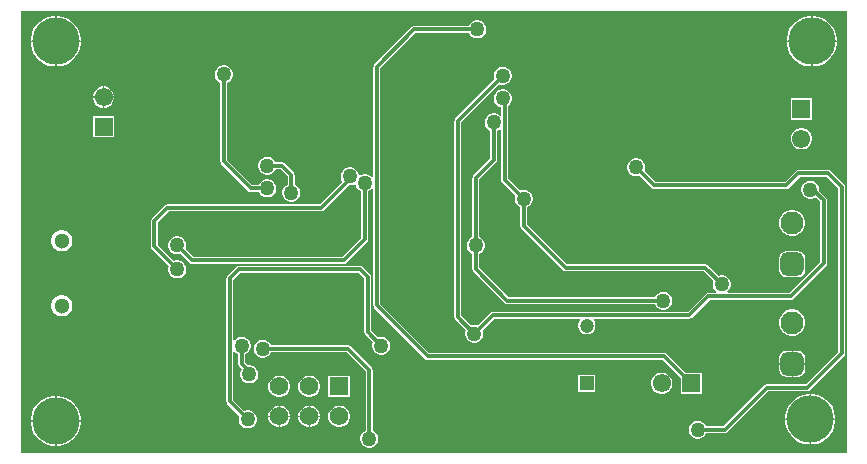
<source format=gbl>
G04*
G04 #@! TF.GenerationSoftware,Altium Limited,Altium Designer,23.10.1 (27)*
G04*
G04 Layer_Physical_Order=2*
G04 Layer_Color=16711680*
%FSLAX44Y44*%
%MOMM*%
G71*
G04*
G04 #@! TF.SameCoordinates,64171CFE-22FE-4E7E-97F9-8EA8A996B151*
G04*
G04*
G04 #@! TF.FilePolarity,Positive*
G04*
G01*
G75*
%ADD32C,1.5700*%
%ADD33R,1.5700X1.5700*%
%ADD37R,1.5500X1.5500*%
%ADD38C,1.5500*%
%ADD39R,1.5500X1.5500*%
%ADD45C,0.3200*%
%ADD46C,1.3000*%
%ADD47C,1.9500*%
G04:AMPARAMS|DCode=48|XSize=1.95mm|YSize=1.95mm|CornerRadius=0.4875mm|HoleSize=0mm|Usage=FLASHONLY|Rotation=90.000|XOffset=0mm|YOffset=0mm|HoleType=Round|Shape=RoundedRectangle|*
%AMROUNDEDRECTD48*
21,1,1.9500,0.9750,0,0,90.0*
21,1,0.9750,1.9500,0,0,90.0*
1,1,0.9750,0.4875,0.4875*
1,1,0.9750,0.4875,-0.4875*
1,1,0.9750,-0.4875,-0.4875*
1,1,0.9750,-0.4875,0.4875*
%
%ADD48ROUNDEDRECTD48*%
%ADD49C,1.2000*%
%ADD50R,1.2000X1.2000*%
%ADD51C,4.0000*%
%ADD52C,0.5500*%
%ADD53C,1.2700*%
G36*
X955541Y256039D02*
X256039D01*
Y630421D01*
X955541D01*
Y256039D01*
D02*
G37*
%LPC*%
G36*
X643623Y622300D02*
X641617D01*
X639679Y621781D01*
X637941Y620778D01*
X636522Y619359D01*
X635519Y617621D01*
X635515Y617606D01*
X589280D01*
X588160Y617383D01*
X587211Y616749D01*
X555461Y584999D01*
X554827Y584050D01*
X554604Y582930D01*
Y489883D01*
X554156Y489608D01*
X553334Y489425D01*
X552115Y490644D01*
X550377Y491647D01*
X548439Y492166D01*
X546433D01*
X544495Y491647D01*
X543560Y491107D01*
X543289Y491132D01*
X542147Y491758D01*
X541771Y493161D01*
X540768Y494899D01*
X539349Y496317D01*
X537611Y497321D01*
X535673Y497840D01*
X533667D01*
X531729Y497321D01*
X529991Y496317D01*
X528573Y494899D01*
X527569Y493161D01*
X527050Y491223D01*
Y489217D01*
X527569Y487279D01*
X528507Y485655D01*
X509328Y466476D01*
X380277D01*
X379157Y466254D01*
X378208Y465619D01*
X367081Y454492D01*
X366446Y453543D01*
X366224Y452423D01*
Y430950D01*
X366446Y429830D01*
X367081Y428881D01*
X381527Y414435D01*
X381519Y414421D01*
X381000Y412483D01*
Y410477D01*
X381519Y408539D01*
X382523Y406801D01*
X383941Y405382D01*
X385679Y404379D01*
X387617Y403860D01*
X389623D01*
X391561Y404379D01*
X393299Y405382D01*
X394717Y406801D01*
X395721Y408539D01*
X396240Y410477D01*
Y412483D01*
X395721Y414421D01*
X394717Y416159D01*
X393299Y417578D01*
X391561Y418581D01*
X389623Y419100D01*
X387617D01*
X385679Y418581D01*
X385665Y418573D01*
X372076Y432162D01*
Y451211D01*
X381489Y460624D01*
X510540D01*
X511660Y460846D01*
X512609Y461481D01*
X533728Y482600D01*
X535673D01*
X537611Y483119D01*
X538546Y483659D01*
X538817Y483634D01*
X539959Y483008D01*
X540335Y481605D01*
X541338Y479867D01*
X542757Y478449D01*
X544495Y477445D01*
X544510Y477441D01*
Y438158D01*
X528378Y422026D01*
X402532D01*
X395713Y428845D01*
X395721Y428859D01*
X396240Y430797D01*
Y432803D01*
X395721Y434741D01*
X394717Y436479D01*
X393299Y437897D01*
X391561Y438901D01*
X389623Y439420D01*
X387617D01*
X385679Y438901D01*
X383941Y437897D01*
X382523Y436479D01*
X381519Y434741D01*
X381000Y432803D01*
Y430797D01*
X381519Y428859D01*
X382523Y427121D01*
X383941Y425703D01*
X385679Y424699D01*
X387617Y424180D01*
X389623D01*
X391561Y424699D01*
X391575Y424707D01*
X399251Y417031D01*
X400200Y416396D01*
X401320Y416174D01*
X529590D01*
X530710Y416396D01*
X531659Y417031D01*
X549505Y434877D01*
X550139Y435826D01*
X550362Y436946D01*
Y477441D01*
X550377Y477445D01*
X552115Y478449D01*
X553334Y479668D01*
X554156Y479485D01*
X554604Y479210D01*
Y381000D01*
X554827Y379880D01*
X555461Y378931D01*
X598641Y335751D01*
X599590Y335117D01*
X600710Y334894D01*
X799758D01*
X814810Y319842D01*
Y305940D01*
X832850D01*
Y323980D01*
X818948D01*
X803039Y339889D01*
X802090Y340523D01*
X800970Y340746D01*
X601922D01*
X560456Y382212D01*
Y581718D01*
X590492Y611754D01*
X635515D01*
X635519Y611739D01*
X636522Y610001D01*
X637941Y608582D01*
X639679Y607579D01*
X641617Y607060D01*
X643623D01*
X645561Y607579D01*
X647299Y608582D01*
X648717Y610001D01*
X649721Y611739D01*
X650240Y613677D01*
Y615683D01*
X649721Y617621D01*
X648717Y619359D01*
X647299Y620778D01*
X645561Y621781D01*
X643623Y622300D01*
D02*
G37*
G36*
X927925Y625790D02*
X926465D01*
Y605155D01*
X947100D01*
Y606615D01*
X946283Y610724D01*
X944679Y614595D01*
X942352Y618079D01*
X939389Y621041D01*
X935905Y623369D01*
X932034Y624973D01*
X927925Y625790D01*
D02*
G37*
G36*
X925195D02*
X923735D01*
X919626Y624973D01*
X915755Y623369D01*
X912271Y621041D01*
X909308Y618079D01*
X906981Y614595D01*
X905377Y610724D01*
X904560Y606615D01*
Y605155D01*
X925195D01*
Y625790D01*
D02*
G37*
G36*
X287845D02*
X286385D01*
Y605155D01*
X307020D01*
Y606615D01*
X306203Y610724D01*
X304599Y614595D01*
X302271Y618079D01*
X299309Y621041D01*
X295825Y623369D01*
X291954Y624973D01*
X287845Y625790D01*
D02*
G37*
G36*
X285115D02*
X283655D01*
X279546Y624973D01*
X275675Y623369D01*
X272191Y621041D01*
X269228Y618079D01*
X266901Y614595D01*
X265297Y610724D01*
X264480Y606615D01*
Y605155D01*
X285115D01*
Y625790D01*
D02*
G37*
G36*
X947100Y603885D02*
X926465D01*
Y583250D01*
X927925D01*
X932034Y584067D01*
X935905Y585671D01*
X939389Y587999D01*
X942352Y590961D01*
X944679Y594445D01*
X946283Y598316D01*
X947100Y602425D01*
Y603885D01*
D02*
G37*
G36*
X925195D02*
X904560D01*
Y602425D01*
X905377Y598316D01*
X906981Y594445D01*
X909308Y590961D01*
X912271Y587999D01*
X915755Y585671D01*
X919626Y584067D01*
X923735Y583250D01*
X925195D01*
Y603885D01*
D02*
G37*
G36*
X307020D02*
X286385D01*
Y583250D01*
X287845D01*
X291954Y584067D01*
X295825Y585671D01*
X299309Y587999D01*
X302271Y590961D01*
X304599Y594445D01*
X306203Y598316D01*
X307020Y602425D01*
Y603885D01*
D02*
G37*
G36*
X285115D02*
X264480D01*
Y602425D01*
X265297Y598316D01*
X266901Y594445D01*
X269228Y590961D01*
X272191Y587999D01*
X275675Y585671D01*
X279546Y584067D01*
X283655Y583250D01*
X285115D01*
Y603885D01*
D02*
G37*
G36*
X665213Y582930D02*
X663207D01*
X661269Y582411D01*
X659531Y581408D01*
X658112Y579989D01*
X657109Y578251D01*
X656590Y576313D01*
Y574307D01*
X657109Y572369D01*
X657117Y572355D01*
X624041Y539279D01*
X623406Y538330D01*
X623184Y537210D01*
Y370840D01*
X623406Y369720D01*
X624041Y368771D01*
X632987Y359825D01*
X632979Y359811D01*
X632460Y357873D01*
Y355867D01*
X632979Y353929D01*
X633983Y352191D01*
X635401Y350773D01*
X637139Y349769D01*
X639077Y349250D01*
X641083D01*
X643021Y349769D01*
X644759Y350773D01*
X646178Y352191D01*
X647181Y353929D01*
X647700Y355867D01*
Y357873D01*
X647181Y359811D01*
X647173Y359825D01*
X657052Y369704D01*
X729196D01*
X729723Y368434D01*
X729513Y368224D01*
X728555Y366566D01*
X728060Y364717D01*
Y362803D01*
X728555Y360954D01*
X729513Y359296D01*
X730866Y357943D01*
X732524Y356985D01*
X734373Y356490D01*
X736287D01*
X738136Y356985D01*
X739794Y357943D01*
X741147Y359296D01*
X742105Y360954D01*
X742600Y362803D01*
Y364717D01*
X742105Y366566D01*
X741147Y368224D01*
X740938Y368434D01*
X741464Y369704D01*
X822210D01*
X823330Y369926D01*
X824279Y370561D01*
X839412Y385694D01*
X908050D01*
X909170Y385917D01*
X910119Y386551D01*
X938059Y414491D01*
X938693Y415440D01*
X938916Y416560D01*
Y469931D01*
X938693Y471050D01*
X938059Y472000D01*
X932180Y477879D01*
Y479793D01*
X931661Y481731D01*
X930658Y483469D01*
X929239Y484888D01*
X927501Y485891D01*
X925563Y486410D01*
X923557D01*
X921619Y485891D01*
X919881Y484888D01*
X918463Y483469D01*
X917459Y481731D01*
X916940Y479793D01*
Y477787D01*
X917459Y475849D01*
X918463Y474111D01*
X919881Y472692D01*
X921619Y471689D01*
X923557Y471170D01*
X925563D01*
X927501Y471689D01*
X929144Y472638D01*
X933064Y468719D01*
Y417772D01*
X906838Y391546D01*
X854881D01*
X854527Y392249D01*
X854443Y392816D01*
X855727Y394101D01*
X856731Y395839D01*
X857250Y397777D01*
Y399783D01*
X856731Y401721D01*
X855727Y403459D01*
X854309Y404878D01*
X852571Y405881D01*
X850633Y406400D01*
X848627D01*
X846689Y405881D01*
X846675Y405873D01*
X837729Y414819D01*
X836780Y415453D01*
X835660Y415676D01*
X718762D01*
X684916Y449522D01*
Y464065D01*
X684931Y464069D01*
X686669Y465073D01*
X688087Y466491D01*
X689091Y468229D01*
X689610Y470167D01*
Y472173D01*
X689091Y474111D01*
X688087Y475849D01*
X686669Y477267D01*
X684931Y478271D01*
X682993Y478790D01*
X680987D01*
X679049Y478271D01*
X679035Y478263D01*
X668736Y488562D01*
Y550074D01*
X668889Y550163D01*
X670307Y551581D01*
X671311Y553319D01*
X671830Y555257D01*
Y557263D01*
X671311Y559201D01*
X670307Y560939D01*
X668889Y562357D01*
X667151Y563361D01*
X665213Y563880D01*
X663207D01*
X661269Y563361D01*
X659531Y562357D01*
X658112Y560939D01*
X657109Y559201D01*
X656590Y557263D01*
Y555257D01*
X657109Y553319D01*
X658112Y551581D01*
X659531Y550163D01*
X661269Y549159D01*
X662884Y548727D01*
Y542219D01*
X661614Y541693D01*
X661269Y542038D01*
X659531Y543041D01*
X657593Y543560D01*
X655587D01*
X653649Y543041D01*
X651911Y542038D01*
X650492Y540619D01*
X649489Y538881D01*
X648970Y536943D01*
Y534937D01*
X649489Y532999D01*
X650492Y531261D01*
X651911Y529842D01*
X653649Y528839D01*
X653664Y528835D01*
Y505402D01*
X639281Y491019D01*
X638647Y490070D01*
X638424Y488950D01*
Y438905D01*
X638409Y438901D01*
X636671Y437897D01*
X635252Y436479D01*
X634249Y434741D01*
X633730Y432803D01*
Y430797D01*
X634249Y428859D01*
X635252Y427121D01*
X636671Y425703D01*
X638409Y424699D01*
X638424Y424695D01*
Y411480D01*
X638647Y410360D01*
X639281Y409411D01*
X665951Y382741D01*
X666900Y382107D01*
X668020Y381884D01*
X792995D01*
X792999Y381869D01*
X794003Y380131D01*
X795421Y378713D01*
X797159Y377709D01*
X799097Y377190D01*
X801103D01*
X803041Y377709D01*
X804779Y378713D01*
X806198Y380131D01*
X807201Y381869D01*
X807720Y383807D01*
Y385813D01*
X807201Y387751D01*
X806198Y389489D01*
X804779Y390908D01*
X803041Y391911D01*
X801103Y392430D01*
X799097D01*
X797159Y391911D01*
X795421Y390908D01*
X794003Y389489D01*
X792999Y387751D01*
X792995Y387736D01*
X669232D01*
X644276Y412692D01*
Y424695D01*
X644291Y424699D01*
X646029Y425703D01*
X647448Y427121D01*
X648451Y428859D01*
X648970Y430797D01*
Y432803D01*
X648451Y434741D01*
X647448Y436479D01*
X646029Y437897D01*
X644291Y438901D01*
X644276Y438905D01*
Y487738D01*
X658659Y502121D01*
X659294Y503070D01*
X659516Y504190D01*
Y528835D01*
X659531Y528839D01*
X661269Y529842D01*
X661614Y530187D01*
X662884Y529661D01*
Y487350D01*
X663107Y486230D01*
X663741Y485281D01*
X674897Y474125D01*
X674889Y474111D01*
X674370Y472173D01*
Y470167D01*
X674889Y468229D01*
X675892Y466491D01*
X677311Y465073D01*
X679049Y464069D01*
X679064Y464065D01*
Y448310D01*
X679286Y447190D01*
X679921Y446241D01*
X715481Y410681D01*
X716430Y410047D01*
X717550Y409824D01*
X834448D01*
X842537Y401735D01*
X842529Y401721D01*
X842010Y399783D01*
Y397777D01*
X842529Y395839D01*
X843532Y394101D01*
X844817Y392816D01*
X844733Y392249D01*
X844379Y391546D01*
X838200D01*
X837080Y391324D01*
X836131Y390689D01*
X820998Y375556D01*
X655840D01*
X654720Y375334D01*
X653771Y374699D01*
X643035Y363963D01*
X643021Y363971D01*
X641083Y364490D01*
X639077D01*
X637139Y363971D01*
X637125Y363963D01*
X629036Y372052D01*
Y535998D01*
X661255Y568217D01*
X661269Y568209D01*
X663207Y567690D01*
X665213D01*
X667151Y568209D01*
X668889Y569212D01*
X670307Y570631D01*
X671311Y572369D01*
X671830Y574307D01*
Y576313D01*
X671311Y578251D01*
X670307Y579989D01*
X668889Y581408D01*
X667151Y582411D01*
X665213Y582930D01*
D02*
G37*
G36*
X327407Y566350D02*
X326855D01*
Y557965D01*
X335240D01*
Y558517D01*
X334625Y560812D01*
X333438Y562868D01*
X331758Y564548D01*
X329702Y565735D01*
X327407Y566350D01*
D02*
G37*
G36*
X325585D02*
X325033D01*
X322738Y565735D01*
X320682Y564548D01*
X319002Y562868D01*
X317815Y560812D01*
X317200Y558517D01*
Y557965D01*
X325585D01*
Y566350D01*
D02*
G37*
G36*
X335240Y556695D02*
X326855D01*
Y548310D01*
X327407D01*
X329702Y548925D01*
X331758Y550112D01*
X333438Y551792D01*
X334625Y553848D01*
X335240Y556143D01*
Y556695D01*
D02*
G37*
G36*
X325585D02*
X317200D01*
Y556143D01*
X317815Y553848D01*
X319002Y551792D01*
X320682Y550112D01*
X322738Y548925D01*
X325033Y548310D01*
X325585D01*
Y556695D01*
D02*
G37*
G36*
X926130Y556190D02*
X908090D01*
Y538150D01*
X926130D01*
Y556190D01*
D02*
G37*
G36*
X335240Y541350D02*
X317200D01*
Y523310D01*
X335240D01*
Y541350D01*
D02*
G37*
G36*
X918298Y531190D02*
X915922D01*
X913628Y530575D01*
X911572Y529388D01*
X909892Y527708D01*
X908705Y525652D01*
X908090Y523358D01*
Y520983D01*
X908705Y518688D01*
X909892Y516632D01*
X911572Y514952D01*
X913628Y513765D01*
X915922Y513150D01*
X918298D01*
X920592Y513765D01*
X922648Y514952D01*
X924328Y516632D01*
X925515Y518688D01*
X926130Y520983D01*
Y523358D01*
X925515Y525652D01*
X924328Y527708D01*
X922648Y529388D01*
X920592Y530575D01*
X918298Y531190D01*
D02*
G37*
G36*
X428993Y584200D02*
X426987D01*
X425049Y583681D01*
X423311Y582677D01*
X421893Y581259D01*
X420889Y579521D01*
X420370Y577583D01*
Y575577D01*
X420889Y573639D01*
X421893Y571901D01*
X423311Y570482D01*
X425049Y569479D01*
X425064Y569475D01*
Y502920D01*
X425286Y501800D01*
X425921Y500851D01*
X448781Y477991D01*
X449730Y477356D01*
X450850Y477134D01*
X457715D01*
X457719Y477119D01*
X458722Y475381D01*
X460141Y473963D01*
X461879Y472959D01*
X463817Y472440D01*
X465823D01*
X467761Y472959D01*
X469499Y473963D01*
X470918Y475381D01*
X471921Y477119D01*
X472440Y479057D01*
Y481063D01*
X471921Y483001D01*
X470918Y484739D01*
X469499Y486157D01*
X467761Y487161D01*
X465823Y487680D01*
X463817D01*
X461879Y487161D01*
X460141Y486157D01*
X458722Y484739D01*
X457719Y483001D01*
X457715Y482986D01*
X452062D01*
X430916Y504132D01*
Y569475D01*
X430931Y569479D01*
X432669Y570482D01*
X434087Y571901D01*
X435091Y573639D01*
X435610Y575577D01*
Y577583D01*
X435091Y579521D01*
X434087Y581259D01*
X432669Y582677D01*
X430931Y583681D01*
X428993Y584200D01*
D02*
G37*
G36*
X465823Y506730D02*
X463817D01*
X461879Y506211D01*
X460141Y505207D01*
X458722Y503789D01*
X457719Y502051D01*
X457200Y500113D01*
Y498107D01*
X457719Y496169D01*
X458722Y494431D01*
X460141Y493013D01*
X461879Y492009D01*
X463817Y491490D01*
X465823D01*
X467761Y492009D01*
X469499Y493013D01*
X470918Y494431D01*
X471921Y496169D01*
X471925Y496184D01*
X476308D01*
X482214Y490278D01*
Y483355D01*
X482199Y483351D01*
X480461Y482347D01*
X479043Y480929D01*
X478039Y479191D01*
X477520Y477253D01*
Y475247D01*
X478039Y473309D01*
X479043Y471571D01*
X480461Y470153D01*
X482199Y469149D01*
X484137Y468630D01*
X486143D01*
X488081Y469149D01*
X489819Y470153D01*
X491237Y471571D01*
X492241Y473309D01*
X492760Y475247D01*
Y477253D01*
X492241Y479191D01*
X491237Y480929D01*
X489819Y482347D01*
X488081Y483351D01*
X488066Y483355D01*
Y491490D01*
X487844Y492610D01*
X487209Y493559D01*
X479589Y501179D01*
X478640Y501814D01*
X477520Y502036D01*
X471925D01*
X471921Y502051D01*
X470918Y503789D01*
X469499Y505207D01*
X467761Y506211D01*
X465823Y506730D01*
D02*
G37*
G36*
X910771Y461870D02*
X907869D01*
X905066Y461119D01*
X902554Y459668D01*
X900502Y457616D01*
X899051Y455104D01*
X898300Y452301D01*
Y449399D01*
X899051Y446596D01*
X900502Y444084D01*
X902554Y442032D01*
X905066Y440581D01*
X907869Y439830D01*
X910771D01*
X913574Y440581D01*
X916086Y442032D01*
X918138Y444084D01*
X919589Y446596D01*
X920340Y449399D01*
Y452301D01*
X919589Y455104D01*
X918138Y457616D01*
X916086Y459668D01*
X913574Y461119D01*
X910771Y461870D01*
D02*
G37*
G36*
X292015Y444610D02*
X289645D01*
X287356Y443997D01*
X285304Y442812D01*
X283628Y441136D01*
X282443Y439084D01*
X281830Y436795D01*
Y434425D01*
X282443Y432136D01*
X283628Y430084D01*
X285304Y428408D01*
X287356Y427223D01*
X289645Y426610D01*
X292015D01*
X294304Y427223D01*
X296356Y428408D01*
X298032Y430084D01*
X299217Y432136D01*
X299830Y434425D01*
Y436795D01*
X299217Y439084D01*
X298032Y441136D01*
X296356Y442812D01*
X294304Y443997D01*
X292015Y444610D01*
D02*
G37*
G36*
X914195Y426990D02*
X904445D01*
X902047Y426513D01*
X900015Y425155D01*
X898656Y423123D01*
X898180Y420725D01*
Y410975D01*
X898656Y408577D01*
X900015Y406545D01*
X902047Y405187D01*
X904445Y404710D01*
X914195D01*
X916593Y405187D01*
X918625Y406545D01*
X919984Y408577D01*
X920460Y410975D01*
Y420725D01*
X919984Y423123D01*
X918625Y425155D01*
X916593Y426513D01*
X914195Y426990D01*
D02*
G37*
G36*
X292015Y389610D02*
X289645D01*
X287356Y388997D01*
X285304Y387812D01*
X283628Y386136D01*
X282443Y384084D01*
X281830Y381795D01*
Y379425D01*
X282443Y377136D01*
X283628Y375084D01*
X285304Y373408D01*
X287356Y372223D01*
X289645Y371610D01*
X292015D01*
X294304Y372223D01*
X296356Y373408D01*
X298032Y375084D01*
X299217Y377136D01*
X299830Y379425D01*
Y381795D01*
X299217Y384084D01*
X298032Y386136D01*
X296356Y387812D01*
X294304Y388997D01*
X292015Y389610D01*
D02*
G37*
G36*
X910771Y377490D02*
X907869D01*
X905066Y376739D01*
X902554Y375288D01*
X900502Y373236D01*
X899051Y370723D01*
X898300Y367921D01*
Y365019D01*
X899051Y362216D01*
X900502Y359703D01*
X902554Y357652D01*
X905066Y356201D01*
X907869Y355450D01*
X910771D01*
X913574Y356201D01*
X916086Y357652D01*
X918138Y359703D01*
X919589Y362216D01*
X920340Y365019D01*
Y367921D01*
X919589Y370723D01*
X918138Y373236D01*
X916086Y375288D01*
X913574Y376739D01*
X910771Y377490D01*
D02*
G37*
G36*
X543560Y414406D02*
X440690D01*
X439570Y414184D01*
X438621Y413549D01*
X431001Y405929D01*
X430367Y404980D01*
X430144Y403860D01*
Y299720D01*
X430367Y298600D01*
X431001Y297651D01*
X441217Y287435D01*
X441209Y287421D01*
X440690Y285483D01*
Y283477D01*
X441209Y281539D01*
X442212Y279801D01*
X443631Y278382D01*
X445369Y277379D01*
X447307Y276860D01*
X449313D01*
X451251Y277379D01*
X452989Y278382D01*
X454408Y279801D01*
X455411Y281539D01*
X455930Y283477D01*
Y285483D01*
X455411Y287421D01*
X454408Y289159D01*
X452989Y290578D01*
X451251Y291581D01*
X449313Y292100D01*
X447307D01*
X445369Y291581D01*
X445355Y291573D01*
X435996Y300932D01*
Y341459D01*
X436699Y341813D01*
X437266Y341897D01*
X438551Y340612D01*
X440289Y339609D01*
X440304Y339605D01*
Y331501D01*
X440527Y330381D01*
X441161Y329431D01*
X443428Y327164D01*
X442479Y325521D01*
X441960Y323583D01*
Y321577D01*
X442479Y319639D01*
X443483Y317901D01*
X444901Y316483D01*
X446639Y315479D01*
X448577Y314960D01*
X450583D01*
X452521Y315479D01*
X454259Y316483D01*
X455677Y317901D01*
X456681Y319639D01*
X457200Y321577D01*
Y323583D01*
X456681Y325521D01*
X455677Y327259D01*
X454259Y328677D01*
X452521Y329681D01*
X450583Y330200D01*
X448669D01*
X446156Y332713D01*
Y339605D01*
X446171Y339609D01*
X447909Y340612D01*
X449328Y342031D01*
X450331Y343769D01*
X450850Y345707D01*
Y347713D01*
X450331Y349651D01*
X449328Y351389D01*
X447909Y352808D01*
X446171Y353811D01*
X444233Y354330D01*
X442227D01*
X440289Y353811D01*
X438551Y352808D01*
X437266Y351523D01*
X436699Y351607D01*
X435996Y351961D01*
Y402648D01*
X441902Y408554D01*
X542348D01*
X546984Y403918D01*
Y358140D01*
X547206Y357020D01*
X547841Y356071D01*
X554247Y349665D01*
X554239Y349651D01*
X553720Y347713D01*
Y345707D01*
X554239Y343769D01*
X555243Y342031D01*
X556661Y340612D01*
X558399Y339609D01*
X560337Y339090D01*
X562343D01*
X564281Y339609D01*
X566019Y340612D01*
X567438Y342031D01*
X568441Y343769D01*
X568960Y345707D01*
Y347713D01*
X568441Y349651D01*
X567438Y351389D01*
X566019Y352808D01*
X564281Y353811D01*
X562343Y354330D01*
X560337D01*
X558399Y353811D01*
X558385Y353803D01*
X552836Y359352D01*
Y405130D01*
X552613Y406250D01*
X551979Y407199D01*
X545629Y413549D01*
X544680Y414184D01*
X543560Y414406D01*
D02*
G37*
G36*
X914195Y342610D02*
X909955D01*
Y332105D01*
X920460D01*
Y336345D01*
X919984Y338743D01*
X918625Y340775D01*
X916593Y342133D01*
X914195Y342610D01*
D02*
G37*
G36*
X908685D02*
X904445D01*
X902047Y342133D01*
X900015Y340775D01*
X898656Y338743D01*
X898180Y336345D01*
Y332105D01*
X908685D01*
Y342610D01*
D02*
G37*
G36*
X920460Y330835D02*
X909955D01*
Y320330D01*
X914195D01*
X916593Y320807D01*
X918625Y322165D01*
X919984Y324197D01*
X920460Y326595D01*
Y330835D01*
D02*
G37*
G36*
X908685D02*
X898180D01*
Y326595D01*
X898656Y324197D01*
X900015Y322165D01*
X902047Y320807D01*
X904445Y320330D01*
X908685D01*
Y330835D01*
D02*
G37*
G36*
X742600Y322230D02*
X728060D01*
Y307690D01*
X742600D01*
Y322230D01*
D02*
G37*
G36*
X800017Y323980D02*
X797643D01*
X795348Y323365D01*
X793292Y322178D01*
X791612Y320498D01*
X790425Y318442D01*
X789810Y316147D01*
Y313773D01*
X790425Y311478D01*
X791612Y309422D01*
X793292Y307742D01*
X795348Y306555D01*
X797643Y305940D01*
X800017D01*
X802312Y306555D01*
X804368Y307742D01*
X806048Y309422D01*
X807235Y311478D01*
X807850Y313773D01*
Y316147D01*
X807235Y318442D01*
X806048Y320498D01*
X804368Y322178D01*
X802312Y323365D01*
X800017Y323980D01*
D02*
G37*
G36*
X534900Y321540D02*
X516660D01*
Y303300D01*
X534900D01*
Y321540D01*
D02*
G37*
G36*
X501581D02*
X499179D01*
X496860Y320919D01*
X494780Y319718D01*
X493082Y318020D01*
X491881Y315940D01*
X491260Y313621D01*
Y311219D01*
X491881Y308900D01*
X493082Y306820D01*
X494780Y305122D01*
X496860Y303922D01*
X499179Y303300D01*
X501581D01*
X503900Y303922D01*
X505980Y305122D01*
X507678Y306820D01*
X508879Y308900D01*
X509500Y311219D01*
Y313621D01*
X508879Y315940D01*
X507678Y318020D01*
X505980Y319718D01*
X503900Y320919D01*
X501581Y321540D01*
D02*
G37*
G36*
X476181D02*
X473779D01*
X471460Y320919D01*
X469380Y319718D01*
X467682Y318020D01*
X466482Y315940D01*
X465860Y313621D01*
Y311219D01*
X466482Y308900D01*
X467682Y306820D01*
X469380Y305122D01*
X471460Y303922D01*
X473779Y303300D01*
X476181D01*
X478500Y303922D01*
X480580Y305122D01*
X482278Y306820D01*
X483479Y308900D01*
X484100Y311219D01*
Y313621D01*
X483479Y315940D01*
X482278Y318020D01*
X480580Y319718D01*
X478500Y320919D01*
X476181Y321540D01*
D02*
G37*
G36*
X501581Y296140D02*
X501015D01*
Y287655D01*
X509500D01*
Y288221D01*
X508879Y290540D01*
X507678Y292620D01*
X505980Y294318D01*
X503900Y295518D01*
X501581Y296140D01*
D02*
G37*
G36*
X476181D02*
X475615D01*
Y287655D01*
X484100D01*
Y288221D01*
X483479Y290540D01*
X482278Y292620D01*
X480580Y294318D01*
X478500Y295518D01*
X476181Y296140D01*
D02*
G37*
G36*
X499745D02*
X499179D01*
X496860Y295518D01*
X494780Y294318D01*
X493082Y292620D01*
X491881Y290540D01*
X491260Y288221D01*
Y287655D01*
X499745D01*
Y296140D01*
D02*
G37*
G36*
X474345D02*
X473779D01*
X471460Y295518D01*
X469380Y294318D01*
X467682Y292620D01*
X466482Y290540D01*
X465860Y288221D01*
Y287655D01*
X474345D01*
Y296140D01*
D02*
G37*
G36*
X926655Y305750D02*
X925195D01*
Y285115D01*
X945830D01*
Y286575D01*
X945013Y290684D01*
X943409Y294555D01*
X941081Y298039D01*
X938119Y301001D01*
X934635Y303329D01*
X930764Y304933D01*
X926655Y305750D01*
D02*
G37*
G36*
X923925D02*
X922465D01*
X918356Y304933D01*
X914485Y303329D01*
X911001Y301001D01*
X908038Y298039D01*
X905711Y294555D01*
X904107Y290684D01*
X903290Y286575D01*
Y285115D01*
X923925D01*
Y305750D01*
D02*
G37*
G36*
X287845Y304480D02*
X286385D01*
Y283845D01*
X307020D01*
Y285305D01*
X306203Y289414D01*
X304599Y293285D01*
X302271Y296769D01*
X299309Y299732D01*
X295825Y302059D01*
X291954Y303663D01*
X287845Y304480D01*
D02*
G37*
G36*
X285115D02*
X283655D01*
X279546Y303663D01*
X275675Y302059D01*
X272191Y299732D01*
X269228Y296769D01*
X266901Y293285D01*
X265297Y289414D01*
X264480Y285305D01*
Y283845D01*
X285115D01*
Y304480D01*
D02*
G37*
G36*
X778243Y505460D02*
X776237D01*
X774299Y504941D01*
X772561Y503937D01*
X771143Y502519D01*
X770139Y500781D01*
X769620Y498843D01*
Y496837D01*
X770139Y494899D01*
X771143Y493161D01*
X772561Y491743D01*
X774299Y490739D01*
X776237Y490220D01*
X778243D01*
X780181Y490739D01*
X780195Y490747D01*
X790411Y480531D01*
X791360Y479897D01*
X792480Y479674D01*
X904240D01*
X905360Y479897D01*
X906309Y480531D01*
X915612Y489834D01*
X938588D01*
X948304Y480118D01*
Y341572D01*
X920808Y314076D01*
X887730D01*
X886610Y313853D01*
X885661Y313219D01*
X850958Y278516D01*
X836415D01*
X836411Y278531D01*
X835407Y280269D01*
X833989Y281688D01*
X832251Y282691D01*
X830313Y283210D01*
X828307D01*
X826369Y282691D01*
X824631Y281688D01*
X823213Y280269D01*
X822209Y278531D01*
X821690Y276593D01*
Y274587D01*
X822209Y272649D01*
X823213Y270911D01*
X824631Y269492D01*
X826369Y268489D01*
X828307Y267970D01*
X830313D01*
X832251Y268489D01*
X833989Y269492D01*
X835407Y270911D01*
X836411Y272649D01*
X836415Y272664D01*
X852170D01*
X853290Y272887D01*
X854239Y273521D01*
X888942Y308224D01*
X922020D01*
X923140Y308447D01*
X924089Y309081D01*
X953299Y338291D01*
X953933Y339240D01*
X954156Y340360D01*
Y481330D01*
X953933Y482450D01*
X953299Y483399D01*
X941869Y494829D01*
X940920Y495463D01*
X939800Y495686D01*
X914400D01*
X913280Y495463D01*
X912331Y494829D01*
X903028Y485526D01*
X793692D01*
X784333Y494885D01*
X784341Y494899D01*
X784860Y496837D01*
Y498843D01*
X784341Y500781D01*
X783337Y502519D01*
X781919Y503937D01*
X780181Y504941D01*
X778243Y505460D01*
D02*
G37*
G36*
X526981Y296140D02*
X524579D01*
X522260Y295518D01*
X520180Y294318D01*
X518482Y292620D01*
X517281Y290540D01*
X516660Y288221D01*
Y285819D01*
X517281Y283500D01*
X518482Y281420D01*
X520180Y279722D01*
X522260Y278521D01*
X524579Y277900D01*
X526981D01*
X529300Y278521D01*
X531380Y279722D01*
X533078Y281420D01*
X534278Y283500D01*
X534900Y285819D01*
Y288221D01*
X534278Y290540D01*
X533078Y292620D01*
X531380Y294318D01*
X529300Y295518D01*
X526981Y296140D01*
D02*
G37*
G36*
X509500Y286385D02*
X501015D01*
Y277900D01*
X501581D01*
X503900Y278521D01*
X505980Y279722D01*
X507678Y281420D01*
X508879Y283500D01*
X509500Y285819D01*
Y286385D01*
D02*
G37*
G36*
X499745D02*
X491260D01*
Y285819D01*
X491881Y283500D01*
X493082Y281420D01*
X494780Y279722D01*
X496860Y278521D01*
X499179Y277900D01*
X499745D01*
Y286385D01*
D02*
G37*
G36*
X484100D02*
X475615D01*
Y277900D01*
X476181D01*
X478500Y278521D01*
X480580Y279722D01*
X482278Y281420D01*
X483479Y283500D01*
X484100Y285819D01*
Y286385D01*
D02*
G37*
G36*
X474345D02*
X465860D01*
Y285819D01*
X466482Y283500D01*
X467682Y281420D01*
X469380Y279722D01*
X471460Y278521D01*
X473779Y277900D01*
X474345D01*
Y286385D01*
D02*
G37*
G36*
X945830Y283845D02*
X925195D01*
Y263210D01*
X926655D01*
X930764Y264027D01*
X934635Y265631D01*
X938119Y267959D01*
X941081Y270921D01*
X943409Y274405D01*
X945013Y278276D01*
X945830Y282385D01*
Y283845D01*
D02*
G37*
G36*
X923925D02*
X903290D01*
Y282385D01*
X904107Y278276D01*
X905711Y274405D01*
X908038Y270921D01*
X911001Y267959D01*
X914485Y265631D01*
X918356Y264027D01*
X922465Y263210D01*
X923925D01*
Y283845D01*
D02*
G37*
G36*
X307020Y282575D02*
X286385D01*
Y261940D01*
X287845D01*
X291954Y262757D01*
X295825Y264361D01*
X299309Y266688D01*
X302271Y269651D01*
X304599Y273135D01*
X306203Y277006D01*
X307020Y281115D01*
Y282575D01*
D02*
G37*
G36*
X285115D02*
X264480D01*
Y281115D01*
X265297Y277006D01*
X266901Y273135D01*
X269228Y269651D01*
X272191Y266688D01*
X275675Y264361D01*
X279546Y262757D01*
X283655Y261940D01*
X285115D01*
Y282575D01*
D02*
G37*
G36*
X462013Y351790D02*
X460007D01*
X458069Y351271D01*
X456331Y350267D01*
X454912Y348849D01*
X453909Y347111D01*
X453390Y345173D01*
Y343167D01*
X453909Y341229D01*
X454912Y339491D01*
X456331Y338073D01*
X458069Y337069D01*
X460007Y336550D01*
X462013D01*
X463951Y337069D01*
X465689Y338073D01*
X467108Y339491D01*
X468111Y341229D01*
X468115Y341244D01*
X532188D01*
X548254Y325178D01*
Y275075D01*
X548239Y275071D01*
X546501Y274067D01*
X545083Y272649D01*
X544079Y270911D01*
X543560Y268973D01*
Y266967D01*
X544079Y265029D01*
X545083Y263291D01*
X546501Y261873D01*
X548239Y260869D01*
X550177Y260350D01*
X552183D01*
X554121Y260869D01*
X555859Y261873D01*
X557277Y263291D01*
X558281Y265029D01*
X558800Y266967D01*
Y268973D01*
X558281Y270911D01*
X557277Y272649D01*
X555859Y274067D01*
X554121Y275071D01*
X554106Y275075D01*
Y326390D01*
X553884Y327510D01*
X553249Y328459D01*
X535469Y346239D01*
X534520Y346874D01*
X533400Y347096D01*
X468115D01*
X468111Y347111D01*
X467108Y348849D01*
X465689Y350267D01*
X463951Y351271D01*
X462013Y351790D01*
D02*
G37*
%LPD*%
D32*
X474980Y287020D02*
D03*
X500380D02*
D03*
X525780D02*
D03*
X474980Y312420D02*
D03*
X500380D02*
D03*
D33*
X525780D02*
D03*
D37*
X917110Y547170D02*
D03*
X326220Y532330D02*
D03*
D38*
X917110Y522170D02*
D03*
X798830Y314960D02*
D03*
X326220Y557330D02*
D03*
D39*
X823830Y314960D02*
D03*
D45*
X800970Y337820D02*
X823830Y314960D01*
X600710Y337820D02*
X800970D01*
X449580Y322580D02*
Y325151D01*
X443230Y331501D02*
Y346710D01*
Y331501D02*
X449580Y325151D01*
X450850Y480060D02*
X464820D01*
X427990Y502920D02*
X450850Y480060D01*
X485140Y476250D02*
Y491490D01*
X464820Y499110D02*
X477520D01*
X485140Y491490D01*
X510540Y463550D02*
X534670Y487680D01*
X380277Y463550D02*
X510540D01*
X369150Y452423D02*
X380277Y463550D01*
X401320Y419100D02*
X529590D01*
X547436Y436946D02*
Y484546D01*
X529590Y419100D02*
X547436Y436946D01*
X388620Y431800D02*
X401320Y419100D01*
X433070Y403860D02*
X440690Y411480D01*
X543560D01*
X549910Y405130D01*
X557530Y582930D02*
X589280Y614680D01*
X557530Y381000D02*
Y582930D01*
Y381000D02*
X600710Y337820D01*
X534670Y487680D02*
Y490220D01*
X427990Y502920D02*
Y576580D01*
X461010Y344170D02*
X533400D01*
X551180Y326390D01*
Y267970D02*
Y326390D01*
X549910Y358140D02*
X561340Y346710D01*
X549910Y358140D02*
Y405130D01*
X433070Y299720D02*
Y403860D01*
Y299720D02*
X448310Y284480D01*
X904240Y482600D02*
X914400Y492760D01*
X792480Y482600D02*
X904240D01*
X777240Y497840D02*
X792480Y482600D01*
X939800Y492760D02*
X951230Y481330D01*
X914400Y492760D02*
X939800D01*
X951230Y340360D02*
Y481330D01*
X935990Y416560D02*
Y469931D01*
X927131Y478790D02*
X935990Y469931D01*
X924560Y478790D02*
X927131D01*
X829310Y275590D02*
X852170D01*
X887730Y311150D01*
X922020D01*
X951230Y340360D01*
X589280Y614680D02*
X642620D01*
X626110Y370840D02*
Y537210D01*
Y370840D02*
X640080Y356870D01*
X626110Y537210D02*
X664210Y575310D01*
X838200Y388620D02*
X908050D01*
X935990Y416560D01*
X717550Y412750D02*
X835660D01*
X849630Y398780D01*
X681990Y448310D02*
X717550Y412750D01*
X369150Y430950D02*
X388620Y411480D01*
X369150Y430950D02*
Y452423D01*
X822210Y372630D02*
X838200Y388620D01*
X655840Y372630D02*
X822210D01*
X640080Y356870D02*
X655840Y372630D01*
X668020Y384810D02*
X800100D01*
X641350Y411480D02*
X668020Y384810D01*
X641350Y411480D02*
Y431800D01*
X681990Y448310D02*
Y471170D01*
X665810Y487350D02*
Y554660D01*
X664210Y556260D02*
X665810Y554660D01*
Y487350D02*
X681990Y471170D01*
X641350Y488950D02*
X656590Y504190D01*
Y535940D01*
X641350Y431800D02*
Y488950D01*
D46*
X290830Y435610D02*
D03*
Y380610D02*
D03*
D47*
X909320Y450850D02*
D03*
Y366470D02*
D03*
D48*
Y415850D02*
D03*
Y331470D02*
D03*
D49*
X735330Y363760D02*
D03*
D50*
Y314960D02*
D03*
D51*
X285750Y283210D02*
D03*
Y604520D02*
D03*
X924560Y284480D02*
D03*
X925830Y604520D02*
D03*
D52*
X940001Y540000D02*
D03*
Y380000D02*
D03*
X930001Y360000D02*
D03*
X900001Y620000D02*
D03*
Y580000D02*
D03*
Y500000D02*
D03*
Y300000D02*
D03*
X880001Y620000D02*
D03*
X890001Y600000D02*
D03*
X880001Y580000D02*
D03*
X890001Y560000D02*
D03*
X880001Y500000D02*
D03*
Y460000D02*
D03*
X890001Y440000D02*
D03*
X880001Y420000D02*
D03*
Y340000D02*
D03*
X890001Y280000D02*
D03*
X860001Y620000D02*
D03*
Y540000D02*
D03*
X870001Y440000D02*
D03*
X850001Y520000D02*
D03*
Y360000D02*
D03*
X840001Y340000D02*
D03*
X850001Y320000D02*
D03*
X840001Y300000D02*
D03*
X830000Y600000D02*
D03*
X820000Y540000D02*
D03*
X830000Y440000D02*
D03*
Y400000D02*
D03*
Y360000D02*
D03*
X820000Y340000D02*
D03*
X810000Y600000D02*
D03*
Y360000D02*
D03*
X790000Y600000D02*
D03*
Y440000D02*
D03*
Y400000D02*
D03*
Y360000D02*
D03*
X780000Y300000D02*
D03*
X790000Y280000D02*
D03*
X770000Y600000D02*
D03*
Y400000D02*
D03*
Y360000D02*
D03*
Y320000D02*
D03*
X760000Y300000D02*
D03*
X770000Y280000D02*
D03*
X750000D02*
D03*
X730000Y560000D02*
D03*
X720000Y540000D02*
D03*
X730000Y400000D02*
D03*
Y280000D02*
D03*
X710000Y560000D02*
D03*
Y400000D02*
D03*
Y360000D02*
D03*
Y320000D02*
D03*
X660000Y620000D02*
D03*
X670000Y440000D02*
D03*
Y320000D02*
D03*
X650000D02*
D03*
X630000Y600000D02*
D03*
Y320000D02*
D03*
X610000Y600000D02*
D03*
X600000Y540000D02*
D03*
X610000Y320000D02*
D03*
X590000Y600000D02*
D03*
X580000Y580000D02*
D03*
X590000Y320000D02*
D03*
X560000Y620000D02*
D03*
X540000D02*
D03*
X550000Y600000D02*
D03*
X520000Y620000D02*
D03*
X530000Y600000D02*
D03*
Y400000D02*
D03*
X500000Y620000D02*
D03*
X510000Y600000D02*
D03*
X500000Y500000D02*
D03*
X510000Y400000D02*
D03*
X480000Y620000D02*
D03*
X490000Y600000D02*
D03*
Y400000D02*
D03*
X460000Y620000D02*
D03*
X470000Y600000D02*
D03*
X440000Y620000D02*
D03*
X450000Y600000D02*
D03*
X420000Y620000D02*
D03*
X430000Y600000D02*
D03*
X420000Y340000D02*
D03*
X400000Y620000D02*
D03*
X410000Y600000D02*
D03*
X400000Y580000D02*
D03*
Y500000D02*
D03*
X380000Y620000D02*
D03*
X390000Y600000D02*
D03*
X380000Y580000D02*
D03*
X390000Y520000D02*
D03*
X380000Y500000D02*
D03*
X390000Y480000D02*
D03*
X380000Y340000D02*
D03*
X360000Y620000D02*
D03*
X370000Y600000D02*
D03*
X360000Y580000D02*
D03*
X370000Y560000D02*
D03*
Y520000D02*
D03*
X360000Y500000D02*
D03*
X370000Y480000D02*
D03*
X360000Y460000D02*
D03*
X370000Y360000D02*
D03*
X360000Y340000D02*
D03*
X370000Y320000D02*
D03*
X340000Y620000D02*
D03*
X350000Y600000D02*
D03*
X340000Y580000D02*
D03*
X350000Y560000D02*
D03*
Y520000D02*
D03*
X340000Y500000D02*
D03*
X350000Y480000D02*
D03*
X340000Y460000D02*
D03*
X350000Y440000D02*
D03*
Y360000D02*
D03*
X340000Y340000D02*
D03*
X350000Y320000D02*
D03*
X340000Y300000D02*
D03*
X320000Y620000D02*
D03*
X330000Y600000D02*
D03*
X320000Y580000D02*
D03*
X330000Y440000D02*
D03*
X320000Y420000D02*
D03*
X330000Y400000D02*
D03*
X320000Y380000D02*
D03*
Y300000D02*
D03*
X330000Y280000D02*
D03*
X300000Y540000D02*
D03*
X310000Y520000D02*
D03*
Y440000D02*
D03*
X300000Y420000D02*
D03*
X310000Y400000D02*
D03*
X290000Y560000D02*
D03*
X280000Y540000D02*
D03*
X290000Y520000D02*
D03*
X280000Y420000D02*
D03*
X290000Y400000D02*
D03*
X270000Y560000D02*
D03*
Y520000D02*
D03*
Y440000D02*
D03*
Y400000D02*
D03*
D53*
X464820Y480060D02*
D03*
X485140Y476250D02*
D03*
X547436Y484546D02*
D03*
X534670Y490220D02*
D03*
X464820Y499110D02*
D03*
X461010Y344170D02*
D03*
X443230Y346710D02*
D03*
X449580Y322580D02*
D03*
X551180Y267970D02*
D03*
X561340Y346710D02*
D03*
X448310Y284480D02*
D03*
X924560Y478790D02*
D03*
X829310Y275590D02*
D03*
X777240Y497840D02*
D03*
X642620Y614680D02*
D03*
X640080Y356870D02*
D03*
X681990Y471170D02*
D03*
X641350Y431800D02*
D03*
X849630Y398780D02*
D03*
X664210Y556260D02*
D03*
X800100Y384810D02*
D03*
X656590Y535940D02*
D03*
X664210Y575310D02*
D03*
X427990Y576580D02*
D03*
X388620Y431800D02*
D03*
Y411480D02*
D03*
M02*

</source>
